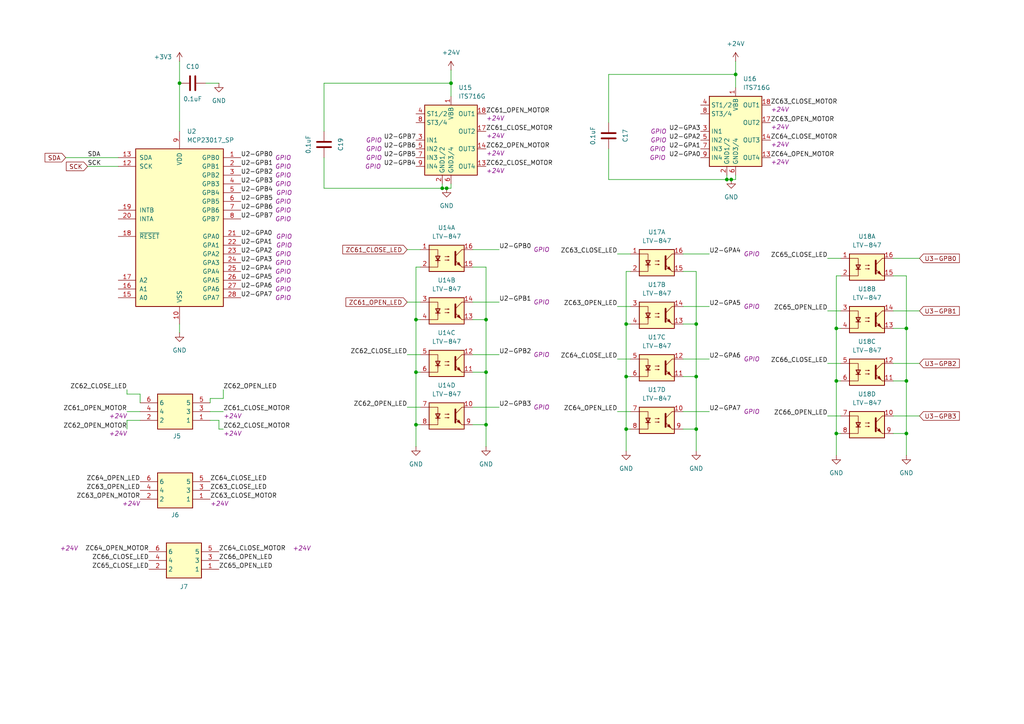
<source format=kicad_sch>
(kicad_sch (version 20250114) (generator "eeschema") (generator_version "9.0")
  (paper "A4")
  (lib_symbols
    (symbol "1_tme:DG127A-5.08-06P-14-00AH"
      (property "Reference" "J" (at 16.51 7.62 0))
      (property "Value" "DG127A-5.08-06P-14-00AH" (at 16.51 5.08 0))
      (symbol "DG127A-5.08-06P-14-00AH_1_1"
        (rectangle (start 5.08 2.54) (end 15.24 -7.62) (stroke (width 0.254)) (fill (type background)))
        (pin passive line (at 0 0 0) (length 5.08) (name "2") (number "2"))
        (pin passive line (at 0 -2.54 0) (length 5.08) (name "4") (number "4"))
        (pin passive line (at 0 -5.08 0) (length 5.08) (name "6") (number "6"))
        (pin passive line (at 20.32 0 180) (length 5.08) (name "1") (number "1"))
        (pin passive line (at 20.32 -2.54 180) (length 5.08) (name "3") (number "3"))
        (pin passive line (at 20.32 -5.08 180) (length 5.08) (name "5") (number "5"))
      )
    )
    (symbol "Device:C" (pin_numbers (hide yes)) (pin_names (offset 0.254))
      (property "Reference" "C" (at 0.635 2.54 0))
      (property "Value" "C" (at 0.635 -2.54 0))
      (symbol "C_0_1"
        (polyline (pts (xy -2.032 0.762) (xy 2.032 0.762)) (stroke (width 0.508)))
        (polyline (pts (xy -2.032 -0.762) (xy 2.032 -0.762)) (stroke (width 0.508)))
      )
      (symbol "C_1_1"
        (pin passive line (at 0 3.81 270) (length 2.794) (name "~") (number "1"))
        (pin passive line (at 0 -3.81 90) (length 2.794) (name "~") (number "2"))
      )
    )
    (symbol "Driver_FET:ITS716G"
      (property "Reference" "U" (at -5.08 11.43 0))
      (property "Value" "ITS716G" (at 6.35 11.43 0))
      (symbol "ITS716G_0_1"
        (rectangle (start -7.62 10.16) (end 7.62 -10.16) (stroke (width 0.254)) (fill (type background)))
      )
      (symbol "ITS716G_1_1"
        (pin open_collector line (at -10.16 7.62 0) (length 2.54) (name "ST1/2") (number "4"))
        (pin open_collector line (at -10.16 5.08 0) (length 2.54) (name "ST3/4") (number "8"))
        (pin input line (at -10.16 0 0) (length 2.54) (name "IN1") (number "3"))
        (pin input line (at -10.16 -2.54 0) (length 2.54) (name "IN2") (number "5"))
        (pin input line (at -10.16 -5.08 0) (length 2.54) (name "IN3") (number "7"))
        (pin input line (at -10.16 -7.62 0) (length 2.54) (name "IN4") (number "9"))
        (pin power_in line (at -2.54 -12.7 90) (length 2.54) (name "GND1/2") (number "2"))
        (pin power_in line (at 0 12.7 270) (length 2.54) (name "VBB") (number "1"))
        (pin passive line (at 0 12.7 270) (length 2.54) (hide yes) (name "VBB") (number "10"))
        (pin passive line (at 0 12.7 270) (length 2.54) (hide yes) (name "VBB") (number "11"))
        (pin passive line (at 0 12.7 270) (length 2.54) (hide yes) (name "VBB") (number "12"))
        (pin passive line (at 0 12.7 270) (length 2.54) (hide yes) (name "VBB") (number "15"))
        (pin passive line (at 0 12.7 270) (length 2.54) (hide yes) (name "VBB") (number "16"))
        (pin passive line (at 0 12.7 270) (length 2.54) (hide yes) (name "VBB") (number "19"))
        (pin passive line (at 0 12.7 270) (length 2.54) (hide yes) (name "VBB") (number "20"))
        (pin power_in line (at 0 -12.7 90) (length 2.54) (name "GND3/4") (number "6"))
        (pin open_emitter line (at 10.16 7.62 180) (length 2.54) (name "OUT1") (number "18"))
        (pin open_emitter line (at 10.16 2.54 180) (length 2.54) (name "OUT2") (number "17"))
        (pin open_emitter line (at 10.16 -2.54 180) (length 2.54) (name "OUT3") (number "14"))
        (pin open_emitter line (at 10.16 -7.62 180) (length 2.54) (name "OUT4") (number "13"))
      )
    )
    (symbol "Interface_Expansion:MCP23017_SP" (pin_names (offset 1.016))
      (property "Reference" "U" (at -11.43 24.13 0))
      (property "Value" "MCP23017_SP" (at 0 0 0))
      (symbol "MCP23017_SP_0_1"
        (rectangle (start -12.7 22.86) (end 12.7 -22.86) (stroke (width 0.254)) (fill (type background)))
      )
      (symbol "MCP23017_SP_1_1"
        (pin bidirectional line (at -17.78 20.32 0) (length 5.08) (name "SDA") (number "13"))
        (pin input line (at -17.78 17.78 0) (length 5.08) (name "SCK") (number "12"))
        (pin tri_state line (at -17.78 5.08 0) (length 5.08) (name "INTB") (number "19"))
        (pin tri_state line (at -17.78 2.54 0) (length 5.08) (name "INTA") (number "20"))
        (pin input line (at -17.78 -2.54 0) (length 5.08) (name "~{RESET}") (number "18"))
        (pin input line (at -17.78 -15.24 0) (length 5.08) (name "A2") (number "17"))
        (pin input line (at -17.78 -17.78 0) (length 5.08) (name "A1") (number "16"))
        (pin input line (at -17.78 -20.32 0) (length 5.08) (name "A0") (number "15"))
        (pin no_connect line (at -12.7 15.24 0) (length 5.08) (hide yes) (name "NC") (number "11"))
        (pin no_connect line (at -12.7 12.7 0) (length 5.08) (hide yes) (name "NC") (number "14"))
        (pin power_in line (at 0 27.94 270) (length 5.08) (name "VDD") (number "9"))
        (pin power_in line (at 0 -27.94 90) (length 5.08) (name "VSS") (number "10"))
        (pin bidirectional line (at 17.78 20.32 180) (length 5.08) (name "GPB0") (number "1"))
        (pin bidirectional line (at 17.78 17.78 180) (length 5.08) (name "GPB1") (number "2"))
        (pin bidirectional line (at 17.78 15.24 180) (length 5.08) (name "GPB2") (number "3"))
        (pin bidirectional line (at 17.78 12.7 180) (length 5.08) (name "GPB3") (number "4"))
        (pin bidirectional line (at 17.78 10.16 180) (length 5.08) (name "GPB4") (number "5"))
        (pin bidirectional line (at 17.78 7.62 180) (length 5.08) (name "GPB5") (number "6"))
        (pin bidirectional line (at 17.78 5.08 180) (length 5.08) (name "GPB6") (number "7"))
        (pin output line (at 17.78 2.54 180) (length 5.08) (name "GPB7") (number "8"))
        (pin bidirectional line (at 17.78 -2.54 180) (length 5.08) (name "GPA0") (number "21"))
        (pin bidirectional line (at 17.78 -5.08 180) (length 5.08) (name "GPA1") (number "22"))
        (pin bidirectional line (at 17.78 -7.62 180) (length 5.08) (name "GPA2") (number "23"))
        (pin bidirectional line (at 17.78 -10.16 180) (length 5.08) (name "GPA3") (number "24"))
        (pin bidirectional line (at 17.78 -12.7 180) (length 5.08) (name "GPA4") (number "25"))
        (pin bidirectional line (at 17.78 -15.24 180) (length 5.08) (name "GPA5") (number "26"))
        (pin bidirectional line (at 17.78 -17.78 180) (length 5.08) (name "GPA6") (number "27"))
        (pin output line (at 17.78 -20.32 180) (length 5.08) (name "GPA7") (number "28"))
      )
    )
    (symbol "Isolator:LTV-847" (pin_names (offset 1.016))
      (property "Reference" "U" (at -5.08 5.08 0))
      (property "Value" "LTV-847" (at 0 5.08 0))
      (symbol "LTV-847_0_1"
        (rectangle (start -5.08 3.81) (end 5.08 -3.81) (stroke (width 0.254)) (fill (type background)))
        (polyline (pts (xy -5.08 2.54) (xy -2.54 2.54) (xy -2.54 -1.27) (xy -2.54 0.635)))
        (polyline (pts (xy -3.175 -0.635) (xy -1.905 -0.635)) (stroke (width 0.254)))
        (polyline (pts (xy -2.54 -0.635) (xy -2.54 -2.54) (xy -5.08 -2.54)))
        (polyline (pts (xy -2.54 -0.635) (xy -3.175 0.635) (xy -1.905 0.635) (xy -2.54 -0.635)) (stroke (width 0.254)))
        (polyline (pts (xy -0.508 0.508) (xy 0.762 0.508) (xy 0.381 0.381) (xy 0.381 0.635) (xy 0.762 0.508)))
        (polyline (pts (xy -0.508 -0.508) (xy 0.762 -0.508) (xy 0.381 -0.635) (xy 0.381 -0.381) (xy 0.762 -0.508)))
        (polyline (pts (xy 2.54 1.905) (xy 2.54 -1.905)) (stroke (width 0.508)))
        (polyline (pts (xy 2.54 0.635) (xy 4.445 2.54)))
        (polyline (pts (xy 3.048 -1.651) (xy 3.556 -1.143) (xy 4.064 -2.159) (xy 3.048 -1.651)) (fill (type outline)))
        (polyline (pts (xy 4.445 2.54) (xy 5.08 2.54)))
        (polyline (pts (xy 4.445 -2.54) (xy 2.54 -0.635)) (fill (type outline)))
        (polyline (pts (xy 4.445 -2.54) (xy 5.08 -2.54)))
      )
      (symbol "LTV-847_1_1"
        (pin passive line (at -7.62 2.54 0) (length 2.54) (name "~") (number "1"))
        (pin passive line (at -7.62 -2.54 0) (length 2.54) (name "~") (number "2"))
        (pin passive line (at 7.62 2.54 180) (length 2.54) (name "~") (number "16"))
        (pin passive line (at 7.62 -2.54 180) (length 2.54) (name "~") (number "15"))
      )
      (symbol "LTV-847_2_1"
        (pin passive line (at -7.62 2.54 0) (length 2.54) (name "~") (number "3"))
        (pin passive line (at -7.62 -2.54 0) (length 2.54) (name "~") (number "4"))
        (pin passive line (at 7.62 2.54 180) (length 2.54) (name "~") (number "14"))
        (pin passive line (at 7.62 -2.54 180) (length 2.54) (name "~") (number "13"))
      )
      (symbol "LTV-847_3_1"
        (pin passive line (at -7.62 2.54 0) (length 2.54) (name "~") (number "5"))
        (pin passive line (at -7.62 -2.54 0) (length 2.54) (name "~") (number "6"))
        (pin passive line (at 7.62 2.54 180) (length 2.54) (name "~") (number "12"))
        (pin passive line (at 7.62 -2.54 180) (length 2.54) (name "~") (number "11"))
      )
      (symbol "LTV-847_4_1"
        (pin passive line (at -7.62 2.54 0) (length 2.54) (name "~") (number "7"))
        (pin passive line (at -7.62 -2.54 0) (length 2.54) (name "~") (number "8"))
        (pin passive line (at 7.62 2.54 180) (length 2.54) (name "~") (number "10"))
        (pin passive line (at 7.62 -2.54 180) (length 2.54) (name "~") (number "9"))
      )
    )
    (symbol "power:+24V" (power) (pin_numbers (hide yes)) (pin_names (offset 0) (hide yes))
      (property "Value" "+24V" (at 0 3.556 0))
      (symbol "+24V_0_1"
        (polyline (pts (xy -0.762 1.27) (xy 0 2.54)))
        (polyline (pts (xy 0 2.54) (xy 0.762 1.27)))
        (polyline (pts (xy 0 0) (xy 0 2.54)))
      )
      (symbol "+24V_1_1"
        (pin power_in line (at 0 0 90) (length 0) (name "~") (number "1"))
      )
    )
    (symbol "power:+5VD" (power) (pin_numbers (hide yes)) (pin_names (offset 0) (hide yes))
      (property "Value" "+5VD" (at 0 3.556 0))
      (symbol "+5VD_0_1"
        (polyline (pts (xy -0.762 1.27) (xy 0 2.54)))
        (polyline (pts (xy 0 2.54) (xy 0.762 1.27)))
        (polyline (pts (xy 0 0) (xy 0 2.54)))
      )
      (symbol "+5VD_1_1"
        (pin power_in line (at 0 0 90) (length 0) (name "~") (number "1"))
      )
    )
    (symbol "power:GND" (power) (pin_numbers (hide yes)) (pin_names (offset 0) (hide yes))
      (property "Value" "GND" (at 0 -3.81 0))
      (symbol "GND_0_1"
        (polyline (pts (xy 0 0) (xy 0 -1.27) (xy 1.27 -1.27) (xy 0 -2.54) (xy -1.27 -1.27) (xy 0 -1.27)))
      )
      (symbol "GND_1_1"
        (pin power_in line (at 0 0 270) (length 0) (name "~") (number "1"))
      )
    )
  )
  (junction (at 262.89 125.73))
  (junction (at 120.65 92.71))
  (junction (at 262.89 95.25))
  (junction (at 201.93 109.22))
  (junction (at 140.97 123.19))
  (junction (at 181.61 124.46))
  (junction (at 120.65 107.95))
  (junction (at 262.89 110.49))
  (junction (at 242.57 95.25))
  (junction (at 130.81 24.13))
  (junction (at 140.97 92.71))
  (junction (at 242.57 125.73))
  (junction (at 129.54 54.61))
  (junction (at 128.27 54.61))
  (junction (at 140.97 107.95))
  (junction (at 181.61 109.22))
  (junction (at 201.93 93.98))
  (junction (at 210.82 52.07))
  (junction (at 201.93 124.46))
  (junction (at 52.07 24.13))
  (junction (at 120.65 123.19))
  (junction (at 242.57 110.49))
  (junction (at 181.61 93.98))
  (junction (at 212.09 52.07))
  (junction (at 213.36 21.59))
  (wire (pts (xy 36.83 114.3) (xy 40.64 114.3)))
  (wire (pts (xy 213.36 21.59) (xy 213.36 25.4)))
  (wire (pts (xy 243.84 125.73) (xy 242.57 125.73)))
  (wire (pts (xy 52.07 17.78) (xy 52.07 24.13)))
  (wire (pts (xy 128.27 53.34) (xy 128.27 54.61)))
  (wire (pts (xy 205.74 104.14) (xy 198.12 104.14)))
  (wire (pts (xy 243.84 110.49) (xy 242.57 110.49)))
  (wire (pts (xy 205.74 119.38) (xy 198.12 119.38)))
  (wire (pts (xy 36.83 113.03) (xy 36.83 114.3)))
  (wire (pts (xy 137.16 92.71) (xy 140.97 92.71)))
  (wire (pts (xy 63.5 121.92) (xy 60.96 121.92)))
  (wire (pts (xy 40.64 114.3) (xy 40.64 116.84)))
  (wire (pts (xy 130.81 24.13) (xy 93.98 24.13)))
  (wire (pts (xy 181.61 93.98) (xy 181.61 109.22)))
  (wire (pts (xy 266.7 90.17) (xy 259.08 90.17)))
  (wire (pts (xy 121.92 92.71) (xy 120.65 92.71)))
  (wire (pts (xy 243.84 80.01) (xy 242.57 80.01)))
  (wire (pts (xy 198.12 78.74) (xy 201.93 78.74)))
  (wire (pts (xy 36.83 124.46) (xy 36.83 121.92)))
  (wire (pts (xy 179.07 104.14) (xy 182.88 104.14)))
  (wire (pts (xy 144.78 72.39) (xy 137.16 72.39)))
  (wire (pts (xy 140.97 107.95) (xy 140.97 123.19)))
  (wire (pts (xy 144.78 87.63) (xy 137.16 87.63)))
  (wire (pts (xy 262.89 80.01) (xy 262.89 95.25)))
  (wire (pts (xy 64.77 113.03) (xy 64.77 115.57)))
  (wire (pts (xy 266.7 105.41) (xy 259.08 105.41)))
  (wire (pts (xy 210.82 50.8) (xy 210.82 52.07)))
  (wire (pts (xy 137.16 123.19) (xy 140.97 123.19)))
  (wire (pts (xy 64.77 124.46) (xy 63.5 124.46)))
  (wire (pts (xy 25.4 48.26) (xy 34.29 48.26)))
  (wire (pts (xy 179.07 119.38) (xy 182.88 119.38)))
  (wire (pts (xy 240.03 90.17) (xy 243.84 90.17)))
  (wire (pts (xy 52.07 93.98) (xy 52.07 96.52)))
  (wire (pts (xy 198.12 124.46) (xy 201.93 124.46)))
  (wire (pts (xy 243.84 95.25) (xy 242.57 95.25)))
  (wire (pts (xy 242.57 125.73) (xy 242.57 132.08)))
  (wire (pts (xy 176.53 21.59) (xy 176.53 35.56)))
  (wire (pts (xy 128.27 54.61) (xy 129.54 54.61)))
  (wire (pts (xy 179.07 73.66) (xy 182.88 73.66)))
  (wire (pts (xy 121.92 107.95) (xy 120.65 107.95)))
  (wire (pts (xy 262.89 125.73) (xy 262.89 132.08)))
  (wire (pts (xy 205.74 73.66) (xy 198.12 73.66)))
  (wire (pts (xy 144.78 118.11) (xy 137.16 118.11)))
  (wire (pts (xy 213.36 21.59) (xy 176.53 21.59)))
  (wire (pts (xy 181.61 124.46) (xy 181.61 130.81)))
  (wire (pts (xy 120.65 107.95) (xy 120.65 123.19)))
  (wire (pts (xy 181.61 109.22) (xy 181.61 124.46)))
  (wire (pts (xy 182.88 109.22) (xy 181.61 109.22)))
  (wire (pts (xy 118.11 102.87) (xy 121.92 102.87)))
  (wire (pts (xy 118.11 87.63) (xy 121.92 87.63)))
  (wire (pts (xy 36.83 119.38) (xy 40.64 119.38)))
  (wire (pts (xy 19.05 45.72) (xy 34.29 45.72)))
  (wire (pts (xy 52.07 24.13) (xy 52.07 38.1)))
  (wire (pts (xy 93.98 24.13) (xy 93.98 38.1)))
  (wire (pts (xy 120.65 92.71) (xy 120.65 107.95)))
  (wire (pts (xy 176.53 52.07) (xy 210.82 52.07)))
  (wire (pts (xy 213.36 50.8) (xy 213.36 52.07)))
  (wire (pts (xy 213.36 17.78) (xy 213.36 21.59)))
  (wire (pts (xy 201.93 93.98) (xy 201.93 109.22)))
  (wire (pts (xy 266.7 74.93) (xy 259.08 74.93)))
  (wire (pts (xy 121.92 77.47) (xy 120.65 77.47)))
  (wire (pts (xy 205.74 88.9) (xy 198.12 88.9)))
  (wire (pts (xy 130.81 53.34) (xy 130.81 54.61)))
  (wire (pts (xy 212.09 52.07) (xy 213.36 52.07)))
  (wire (pts (xy 144.78 102.87) (xy 137.16 102.87)))
  (wire (pts (xy 240.03 74.93) (xy 243.84 74.93)))
  (wire (pts (xy 182.88 93.98) (xy 181.61 93.98)))
  (wire (pts (xy 259.08 125.73) (xy 262.89 125.73)))
  (wire (pts (xy 201.93 109.22) (xy 201.93 124.46)))
  (wire (pts (xy 120.65 123.19) (xy 120.65 129.54)))
  (wire (pts (xy 242.57 110.49) (xy 242.57 125.73)))
  (wire (pts (xy 64.77 119.38) (xy 60.96 119.38)))
  (wire (pts (xy 140.97 77.47) (xy 140.97 92.71)))
  (wire (pts (xy 198.12 109.22) (xy 201.93 109.22)))
  (wire (pts (xy 130.81 20.32) (xy 130.81 24.13)))
  (wire (pts (xy 240.03 120.65) (xy 243.84 120.65)))
  (wire (pts (xy 129.54 54.61) (xy 130.81 54.61)))
  (wire (pts (xy 259.08 110.49) (xy 262.89 110.49)))
  (wire (pts (xy 201.93 78.74) (xy 201.93 93.98)))
  (wire (pts (xy 240.03 105.41) (xy 243.84 105.41)))
  (wire (pts (xy 63.5 24.13) (xy 59.69 24.13)))
  (wire (pts (xy 36.83 121.92) (xy 40.64 121.92)))
  (wire (pts (xy 181.61 78.74) (xy 181.61 93.98)))
  (wire (pts (xy 259.08 95.25) (xy 262.89 95.25)))
  (wire (pts (xy 118.11 72.39) (xy 121.92 72.39)))
  (wire (pts (xy 259.08 80.01) (xy 262.89 80.01)))
  (wire (pts (xy 182.88 78.74) (xy 181.61 78.74)))
  (wire (pts (xy 130.81 24.13) (xy 130.81 27.94)))
  (wire (pts (xy 242.57 80.01) (xy 242.57 95.25)))
  (wire (pts (xy 93.98 54.61) (xy 128.27 54.61)))
  (wire (pts (xy 262.89 95.25) (xy 262.89 110.49)))
  (wire (pts (xy 60.96 115.57) (xy 60.96 116.84)))
  (wire (pts (xy 176.53 43.18) (xy 176.53 52.07)))
  (wire (pts (xy 140.97 92.71) (xy 140.97 107.95)))
  (wire (pts (xy 182.88 124.46) (xy 181.61 124.46)))
  (wire (pts (xy 198.12 93.98) (xy 201.93 93.98)))
  (wire (pts (xy 121.92 123.19) (xy 120.65 123.19)))
  (wire (pts (xy 63.5 124.46) (xy 63.5 121.92)))
  (wire (pts (xy 64.77 115.57) (xy 60.96 115.57)))
  (wire (pts (xy 118.11 118.11) (xy 121.92 118.11)))
  (wire (pts (xy 179.07 88.9) (xy 182.88 88.9)))
  (wire (pts (xy 210.82 52.07) (xy 212.09 52.07)))
  (wire (pts (xy 140.97 123.19) (xy 140.97 129.54)))
  (wire (pts (xy 266.7 120.65) (xy 259.08 120.65)))
  (wire (pts (xy 262.89 110.49) (xy 262.89 125.73)))
  (wire (pts (xy 120.65 77.47) (xy 120.65 92.71)))
  (wire (pts (xy 201.93 124.46) (xy 201.93 130.81)))
  (wire (pts (xy 137.16 107.95) (xy 140.97 107.95)))
  (wire (pts (xy 137.16 77.47) (xy 140.97 77.47)))
  (wire (pts (xy 93.98 45.72) (xy 93.98 54.61)))
  (wire (pts (xy 242.57 95.25) (xy 242.57 110.49)))
  (label "U2-GPB2" (at 144.78 102.87 0) (property "Netclass" "GPIO" (at 154.686 102.87 0) (effects (font (italic yes)) (justify left))))
  (label "ZC62_CLOSE_LED" (at 36.83 113.03 180))
  (label "ZC62_OPEN_MOTOR" (at 140.97 43.18 0) (property "Netclass" "+24V" (at 140.97 44.45 0) (effects (font (italic yes)) (justify left))))
  (label "ZC64_OPEN_LED" (at 179.07 119.38 180))
  (label "ZC66_OPEN_LED" (at 63.5 162.56 0))
  (label "U2-GPA0" (at 69.85 68.58 0) (property "Netclass" "GPIO" (at 80.01 68.58 0) (effects (font (italic yes)) (justify left))))
  (label "ZC65_CLOSE_LED" (at 240.03 74.93 180))
  (label "ZC66_OPEN_LED" (at 240.03 120.65 180))
  (label "ZC64_OPEN_LED" (at 40.64 139.7 180))
  (label "U2-GPB1" (at 144.78 87.63 0) (property "Netclass" "GPIO" (at 154.686 87.63 0) (effects (font (italic yes)) (justify left))))
  (label "U2-GPB5" (at 120.65 45.72 180) (property "Netclass" "GPIO" (at 110.744 45.72 0) (effects (font (italic yes)) (justify right))))
  (label "ZC63_OPEN_MOTOR" (at 223.52 35.56 0) (property "Netclass" "+24V" (at 223.52 36.83 0) (effects (font (italic yes)) (justify left))))
  (label "ZC63_CLOSE_LED" (at 60.96 142.24 0))
  (label "U2-GPA6" (at 69.85 83.82 0) (property "Netclass" "GPIO" (at 79.756 83.82 0) (effects (font (italic yes)) (justify left))))
  (label "U2-GPB3" (at 69.85 53.34 0) (property "Netclass" "GPIO" (at 79.756 53.34 0) (effects (font (italic yes)) (justify left))))
  (label "ZC61_CLOSE_MOTOR" (at 140.97 38.1 0) (property "Netclass" "+24V" (at 140.97 39.37 0) (effects (font (italic yes)) (justify left))))
  (label "ZC62_CLOSE_LED" (at 118.11 102.87 180))
  (label "U2-GPB0" (at 144.78 72.39 0) (property "Netclass" "GPIO" (at 154.686 72.39 0) (effects (font (italic yes)) (justify left))))
  (label "U2-GPA0" (at 203.2 45.72 180) (property "Netclass" "GPIO" (at 193.04 45.72 0) (effects (font (italic yes)) (justify right))))
  (label "ZC62_OPEN_LED" (at 118.11 118.11 180))
  (label "U2-GPB4" (at 120.65 48.26 180) (property "Netclass" "GPIO" (at 110.49 48.26 0) (effects (font (italic yes)) (justify right))))
  (label "ZC64_OPEN_MOTOR" (at 223.52 45.72 0) (property "Netclass" "+24V" (at 223.52 46.99 0) (effects (font (italic yes)) (justify left))))
  (label "ZC64_CLOSE_LED" (at 60.96 139.7 0))
  (label "ZC66_CLOSE_LED" (at 240.03 105.41 180))
  (label "U2-GPA2" (at 203.2 40.64 180) (property "Netclass" "GPIO" (at 193.294 40.64 0) (effects (font (italic yes)) (justify right))))
  (label "ZC65_CLOSE_LED" (at 43.18 165.1 180))
  (label "SDA" (at 25.4 45.72 0))
  (label "ZC63_OPEN_LED" (at 40.64 142.24 180))
  (label "U2-GPA4" (at 205.74 73.66 0) (property "Netclass" "GPIO" (at 215.646 73.66 0) (effects (font (italic yes)) (justify left))))
  (label "ZC63_OPEN_MOTOR" (at 40.64 144.78 180) (property "Netclass" "+24V" (at 40.64 146.05 0) (effects (font (italic yes)) (justify right))))
  (label "ZC61_OPEN_MOTOR" (at 36.83 119.38 180) (property "Netclass" "+24V" (at 36.83 120.65 0) (effects (font (italic yes)) (justify right))))
  (label "U2-GPA5" (at 205.74 88.9 0) (property "Netclass" "GPIO" (at 215.646 88.9 0) (effects (font (italic yes)) (justify left))))
  (label "U2-GPA3" (at 69.85 76.2 0) (property "Netclass" "GPIO" (at 79.756 76.2 0) (effects (font (italic yes)) (justify left))))
  (label "U2-GPA6" (at 205.74 104.14 0) (property "Netclass" "GPIO" (at 215.646 104.14 0) (effects (font (italic yes)) (justify left))))
  (label "ZC61_CLOSE_MOTOR" (at 64.77 119.38 0) (property "Netclass" "+24V" (at 64.77 120.65 0) (effects (font (italic yes)) (justify left))))
  (label "U2-GPA5" (at 69.85 81.28 0) (property "Netclass" "GPIO" (at 79.756 81.28 0) (effects (font (italic yes)) (justify left))))
  (label "SCK" (at 25.4 48.26 0))
  (label "U2-GPA4" (at 69.85 78.74 0) (property "Netclass" "GPIO" (at 79.756 78.74 0) (effects (font (italic yes)) (justify left))))
  (label "ZC61_OPEN_MOTOR" (at 140.97 33.02 0) (property "Netclass" "+24V" (at 140.97 34.29 0) (effects (font (italic yes)) (justify left))))
  (label "U2-GPB0" (at 69.85 45.72 0) (property "Netclass" "GPIO" (at 79.756 45.72 0) (effects (font (italic yes)) (justify left))))
  (label "ZC63_CLOSE_LED" (at 179.07 73.66 180))
  (label "U2-GPA7" (at 69.85 86.36 0) (property "Netclass" "GPIO" (at 79.756 86.36 0) (effects (font (italic yes)) (justify left))))
  (label "U2-GPB4" (at 69.85 55.88 0) (property "Netclass" "GPIO" (at 80.01 55.88 0) (effects (font (italic yes)) (justify left))))
  (label "ZC62_CLOSE_MOTOR" (at 64.77 124.46 0) (property "Netclass" "+24V" (at 64.77 125.73 0) (effects (font (italic yes)) (justify left))))
  (label "U2-GPB7" (at 120.65 40.64 180) (property "Netclass" "GPIO" (at 110.744 40.64 0) (effects (font (italic yes)) (justify right))))
  (label "ZC64_CLOSE_LED" (at 179.07 104.14 180))
  (label "U2-GPA3" (at 203.2 38.1 180) (property "Netclass" "GPIO" (at 193.294 38.1 0) (effects (font (italic yes)) (justify right))))
  (label "ZC65_OPEN_LED" (at 63.5 165.1 0))
  (label "U2-GPA1" (at 203.2 43.18 180) (property "Netclass" "GPIO" (at 193.04 43.18 0) (effects (font (italic yes)) (justify right))))
  (label "U2-GPB2" (at 69.85 50.8 0) (property "Netclass" "GPIO" (at 79.756 50.8 0) (effects (font (italic yes)) (justify left))))
  (label "U2-GPB6" (at 120.65 43.18 180) (property "Netclass" "GPIO" (at 110.744 43.18 0) (effects (font (italic yes)) (justify right))))
  (label "U2-GPA7" (at 205.74 119.38 0) (property "Netclass" "GPIO" (at 215.646 119.38 0) (effects (font (italic yes)) (justify left))))
  (label "U2-GPB3" (at 144.78 118.11 0) (property "Netclass" "GPIO" (at 154.686 118.11 0) (effects (font (italic yes)) (justify left))))
  (label "ZC64_OPEN_MOTOR" (at 43.18 160.02 180) (property "Netclass" "+24V" (at 22.606 159.004 0) (effects (font (italic yes)) (justify right))))
  (label "ZC63_OPEN_LED" (at 179.07 88.9 180))
  (label "U2-GPB6" (at 69.85 60.96 0) (property "Netclass" "GPIO" (at 79.756 60.96 0) (effects (font (italic yes)) (justify left))))
  (label "ZC65_OPEN_LED" (at 240.03 90.17 180))
  (label "ZC62_OPEN_LED" (at 64.77 113.03 0))
  (label "U2-GPB5" (at 69.85 58.42 0) (property "Netclass" "GPIO" (at 79.756 58.42 0) (effects (font (italic yes)) (justify left))))
  (label "ZC64_CLOSE_MOTOR" (at 63.5 160.02 0) (property "Netclass" "+24V" (at 84.836 159.004 0) (effects (font (italic yes)) (justify left))))
  (label "U2-GPA2" (at 69.85 73.66 0) (property "Netclass" "GPIO" (at 79.756 73.66 0) (effects (font (italic yes)) (justify left))))
  (label "U2-GPB7" (at 69.85 63.5 0) (property "Netclass" "GPIO" (at 79.756 63.5 0) (effects (font (italic yes)) (justify left))))
  (label "ZC63_CLOSE_MOTOR" (at 223.52 30.48 0) (property "Netclass" "+24V" (at 223.52 31.75 0) (effects (font (italic yes)) (justify left))))
  (label "U2-GPB1" (at 69.85 48.26 0) (property "Netclass" "GPIO" (at 79.756 48.26 0) (effects (font (italic yes)) (justify left))))
  (label "ZC63_CLOSE_MOTOR" (at 60.96 144.78 0) (property "Netclass" "+24V" (at 60.96 146.05 0) (effects (font (italic yes)) (justify left))))
  (label "ZC64_CLOSE_MOTOR" (at 223.52 40.64 0) (property "Netclass" "+24V" (at 223.52 41.91 0) (effects (font (italic yes)) (justify left))))
  (label "ZC66_CLOSE_LED" (at 43.18 162.56 180))
  (label "ZC62_CLOSE_MOTOR" (at 140.97 48.26 0) (property "Netclass" "+24V" (at 140.97 49.53 0) (effects (font (italic yes)) (justify left))))
  (label "U2-GPA1" (at 69.85 71.12 0) (property "Netclass" "GPIO" (at 80.01 71.12 0) (effects (font (italic yes)) (justify left))))
  (label "ZC62_OPEN_MOTOR" (at 36.83 124.46 180) (property "Netclass" "+24V" (at 36.83 125.73 0) (effects (font (italic yes)) (justify right))))
  (global_label "ZC61_OPEN_LED" (shape input) (at 118.11 87.63 180) (property "Intersheetrefs" "${INTERSHEET_REFS}" (effects (hide yes))))
  (global_label "SCK" (shape input) (at 25.4 48.26 180) (property "Intersheetrefs" "${INTERSHEET_REFS}" (effects (hide yes))))
  (global_label "U3-GPB0" (shape input) (at 266.7 74.93 0) (property "Intersheetrefs" "${INTERSHEET_REFS}" (effects (hide yes))))
  (global_label "U3-GPB1" (shape input) (at 266.7 90.17 0) (property "Intersheetrefs" "${INTERSHEET_REFS}" (effects (hide yes))))
  (global_label "ZC61_CLOSE_LED" (shape input) (at 118.11 72.39 180) (property "Intersheetrefs" "${INTERSHEET_REFS}" (effects (hide yes))))
  (global_label "SDA" (shape input) (at 19.05 45.72 180) (property "Intersheetrefs" "${INTERSHEET_REFS}" (effects (hide yes))))
  (global_label "U3-GPB2" (shape input) (at 266.7 105.41 0) (property "Intersheetrefs" "${INTERSHEET_REFS}" (effects (hide yes))))
  (global_label "U3-GPB3" (shape input) (at 266.7 120.65 0) (property "Intersheetrefs" "${INTERSHEET_REFS}" (effects (hide yes))))
  (symbol (lib_id "Isolator:LTV-847") (at 190.5 106.68 0) (unit 3)
    (property "Reference" "U17" (at 190.5 97.79 0))
    (property "Value" "LTV-847" (at 190.5 100.33 0))
    (property "Footprint" "Package_DIP:DIP-16_W7.62mm" (effects (hide yes)))
    (property "Datasheet" "http://optoelectronics.liteon.com/upload/download/DS-70-96-0016/LTV-8X7%20series.PDF" (effects (hide yes)))
    (property "Description" "Quad DC Optocoupler, Vce 35V, CTR 50%, DIP-16" (effects (hide yes)))
  )
  (symbol (lib_id "power:GND") (at 201.93 130.81 0) (unit 1)
    (property "Reference" "#PWR051" (effects (hide yes)))
    (property "Value" "GND" (at 201.93 135.89 0))
    (property "Description" "Power symbol creates a global label with name \"GND\" , ground" (effects (hide yes)))
  )
  (symbol (lib_id "Device:C") (at 55.88 24.13 90) (unit 1)
    (property "Reference" "C10" (at 55.88 19.304 90))
    (property "Value" "0.1uF" (at 55.88 28.702 90))
    (property "Footprint" "Capacitor_SMD:C_0805_2012Metric_Pad1.18x1.45mm_HandSolder" (effects (hide yes)))
    (property "Description" "Unpolarized capacitor" (effects (hide yes)))
  )
  (symbol (lib_id "Isolator:LTV-847") (at 251.46 77.47 0) (unit 1)
    (property "Reference" "U18" (at 251.46 68.58 0))
    (property "Value" "LTV-847" (at 251.46 71.12 0))
    (property "Footprint" "Package_DIP:DIP-16_W7.62mm" (effects (hide yes)))
    (property "Datasheet" "http://optoelectronics.liteon.com/upload/download/DS-70-96-0016/LTV-8X7%20series.PDF" (effects (hide yes)))
    (property "Description" "Quad DC Optocoupler, Vce 35V, CTR 50%, DIP-16" (effects (hide yes)))
  )
  (symbol (lib_id "power:GND") (at 181.61 130.81 0) (unit 1)
    (property "Reference" "#PWR048" (effects (hide yes)))
    (property "Value" "GND" (at 181.61 135.89 0))
    (property "Description" "Power symbol creates a global label with name \"GND\" , ground" (effects (hide yes)))
  )
  (symbol (lib_id "power:GND") (at 129.54 54.61 0) (unit 1)
    (property "Reference" "#PWR045" (effects (hide yes)))
    (property "Value" "GND" (at 129.54 59.69 0))
    (property "Description" "Power symbol creates a global label with name \"GND\" , ground" (effects (hide yes)))
  )
  (symbol (lib_id "power:GND") (at 262.89 132.08 0) (unit 1)
    (property "Reference" "#PWR053" (effects (hide yes)))
    (property "Value" "GND" (at 262.89 137.16 0))
    (property "Description" "Power symbol creates a global label with name \"GND\" , ground" (effects (hide yes)))
  )
  (symbol (lib_id "Interface_Expansion:MCP23017_SP") (at 52.07 66.04 0) (unit 1)
    (property "Reference" "U2" (at 54.2133 38.1 0) (effects (justify left)))
    (property "Value" "MCP23017_SP" (at 54.2133 40.64 0) (effects (justify left)))
    (property "Footprint" "Package_DIP:DIP-28_W7.62mm" (effects (hide yes)))
    (property "Datasheet" "https://ww1.microchip.com/downloads/aemDocuments/documents/APID/ProductDocuments/DataSheets/MCP23017-Data-Sheet-DS20001952.pdf" (effects (hide yes)))
    (property "Description" "16-bit I/O expander, I2C, interrupts, w pull-ups, SPDIP-28" (effects (hide yes)))
  )
  (symbol (lib_id "Isolator:LTV-847") (at 129.54 74.93 0) (unit 1)
    (property "Reference" "U14" (at 129.54 66.04 0))
    (property "Value" "LTV-847" (at 129.54 68.58 0))
    (property "Footprint" "Package_DIP:DIP-16_W7.62mm" (effects (hide yes)))
    (property "Datasheet" "http://optoelectronics.liteon.com/upload/download/DS-70-96-0016/LTV-8X7%20series.PDF" (effects (hide yes)))
    (property "Description" "Quad DC Optocoupler, Vce 35V, CTR 50%, DIP-16" (effects (hide yes)))
  )
  (symbol (lib_id "power:GND") (at 120.65 129.54 0) (unit 1)
    (property "Reference" "#PWR044" (effects (hide yes)))
    (property "Value" "GND" (at 120.65 134.62 0))
    (property "Description" "Power symbol creates a global label with name \"GND\" , ground" (effects (hide yes)))
  )
  (symbol (lib_id "Isolator:LTV-847") (at 190.5 121.92 0) (unit 4)
    (property "Reference" "U17" (at 190.5 113.03 0))
    (property "Value" "LTV-847" (at 190.5 115.57 0))
    (property "Footprint" "Package_DIP:DIP-16_W7.62mm" (effects (hide yes)))
    (property "Datasheet" "http://optoelectronics.liteon.com/upload/download/DS-70-96-0016/LTV-8X7%20series.PDF" (effects (hide yes)))
    (property "Description" "Quad DC Optocoupler, Vce 35V, CTR 50%, DIP-16" (effects (hide yes)))
  )
  (symbol (lib_id "1_tme:DG127A-5.08-06P-14-00AH") (at 43.18 165.1 0) (mirror x) (unit 1)
    (property "Reference" "J7" (at 53.34 170.18 0))
    (property "Value" "DG127A-5.08-06P-14-00AH" (effects (hide yes)))
    (property "Footprint" "DG127A50806P1400AH" (effects (hide yes)))
    (property "Datasheet" "https://www.degson.com/index.php?a=downloadFile&id=1094971&name=%27ZmlsZTQ=%27&lang=en" (effects (hide yes)))
    (property "Description" "PCB terminal block; angled 90; 5.08mm; ways: 6; on PCBs; terminal" (effects (hide yes)))
    (property "Height" "19.41" (effects (hide yes)))
    (property "Manufacturer_Name" "Degson" (effects (hide yes)))
    (property "Manufacturer_Part_Number" "DG127A-5.08-06P-14-00AH" (effects (hide yes)))
  )
  (symbol (lib_id "Device:C") (at 93.98 41.91 0) (unit 1)
    (property "Reference" "C19" (at 98.806 41.91 90))
    (property "Value" "0.1uF" (at 89.408 41.91 90))
    (property "Footprint" "Capacitor_SMD:C_0805_2012Metric_Pad1.18x1.45mm_HandSolder" (effects (hide yes)))
    (property "Description" "Unpolarized capacitor" (effects (hide yes)))
  )
  (symbol (lib_id "Isolator:LTV-847") (at 190.5 91.44 0) (unit 2)
    (property "Reference" "U17" (at 190.5 82.55 0))
    (property "Value" "LTV-847" (at 190.5 85.09 0))
    (property "Footprint" "Package_DIP:DIP-16_W7.62mm" (effects (hide yes)))
    (property "Datasheet" "http://optoelectronics.liteon.com/upload/download/DS-70-96-0016/LTV-8X7%20series.PDF" (effects (hide yes)))
    (property "Description" "Quad DC Optocoupler, Vce 35V, CTR 50%, DIP-16" (effects (hide yes)))
  )
  (symbol (lib_id "power:GND") (at 52.07 96.52 0) (unit 1)
    (property "Reference" "#PWR06" (effects (hide yes)))
    (property "Value" "GND" (at 52.07 101.6 0))
    (property "Description" "Power symbol creates a global label with name \"GND\" , ground" (effects (hide yes)))
  )
  (symbol (lib_id "power:+24V") (at 130.81 20.32 0) (unit 1)
    (property "Reference" "#PWR046" (effects (hide yes)))
    (property "Value" "+24V" (at 130.81 15.24 0))
    (property "Description" "Power symbol creates a global label with name \"+24V\"" (effects (hide yes)))
  )
  (symbol (lib_id "Isolator:LTV-847") (at 129.54 90.17 0) (unit 2)
    (property "Reference" "U14" (at 129.54 81.28 0))
    (property "Value" "LTV-847" (at 129.54 83.82 0))
    (property "Footprint" "Package_DIP:DIP-16_W7.62mm" (effects (hide yes)))
    (property "Datasheet" "http://optoelectronics.liteon.com/upload/download/DS-70-96-0016/LTV-8X7%20series.PDF" (effects (hide yes)))
    (property "Description" "Quad DC Optocoupler, Vce 35V, CTR 50%, DIP-16" (effects (hide yes)))
  )
  (symbol (lib_id "Isolator:LTV-847") (at 129.54 120.65 0) (unit 4)
    (property "Reference" "U14" (at 129.54 111.76 0))
    (property "Value" "LTV-847" (at 129.54 114.3 0))
    (property "Footprint" "Package_DIP:DIP-16_W7.62mm" (effects (hide yes)))
    (property "Datasheet" "http://optoelectronics.liteon.com/upload/download/DS-70-96-0016/LTV-8X7%20series.PDF" (effects (hide yes)))
    (property "Description" "Quad DC Optocoupler, Vce 35V, CTR 50%, DIP-16" (effects (hide yes)))
  )
  (symbol (lib_id "Driver_FET:ITS716G") (at 130.81 40.64 0) (unit 1)
    (property "Reference" "U15" (at 132.9533 25.4 0) (effects (justify left)))
    (property "Value" "ITS716G" (at 132.9533 27.94 0) (effects (justify left)))
    (property "Footprint" "Package_SO:SOIC-20W_7.5x12.8mm_P1.27mm" (effects (hide yes)))
    (property "Datasheet" "https://www.infineon.com/dgdl/Infineon-ITS716G-DS-v01_01-en.pdf?fileId=db3a304412b407950112b428c2cf3e6d" (effects (hide yes)))
    (property "Description" "Smart High-Side Power Switch for Industrial Applications, Four Channels, Rds 140mΩ, SOIC-20W" (effects (hide yes)))
  )
  (symbol (lib_id "Isolator:LTV-847") (at 190.5 76.2 0) (unit 1)
    (property "Reference" "U17" (at 190.5 67.31 0))
    (property "Value" "LTV-847" (at 190.5 69.85 0))
    (property "Footprint" "Package_DIP:DIP-16_W7.62mm" (effects (hide yes)))
    (property "Datasheet" "http://optoelectronics.liteon.com/upload/download/DS-70-96-0016/LTV-8X7%20series.PDF" (effects (hide yes)))
    (property "Description" "Quad DC Optocoupler, Vce 35V, CTR 50%, DIP-16" (effects (hide yes)))
  )
  (symbol (lib_id "Isolator:LTV-847") (at 251.46 123.19 0) (unit 4)
    (property "Reference" "U18" (at 251.46 114.3 0))
    (property "Value" "LTV-847" (at 251.46 116.84 0))
    (property "Footprint" "Package_DIP:DIP-16_W7.62mm" (effects (hide yes)))
    (property "Datasheet" "http://optoelectronics.liteon.com/upload/download/DS-70-96-0016/LTV-8X7%20series.PDF" (effects (hide yes)))
    (property "Description" "Quad DC Optocoupler, Vce 35V, CTR 50%, DIP-16" (effects (hide yes)))
  )
  (symbol (lib_id "power:GND") (at 212.09 52.07 0) (unit 1)
    (property "Reference" "#PWR049" (effects (hide yes)))
    (property "Value" "GND" (at 212.09 57.15 0))
    (property "Description" "Power symbol creates a global label with name \"GND\" , ground" (effects (hide yes)))
  )
  (symbol (lib_id "1_tme:DG127A-5.08-06P-14-00AH") (at 40.64 144.78 0) (mirror x) (unit 1)
    (property "Reference" "J6" (at 50.8 149.352 0))
    (property "Value" "DG127A-5.08-06P-14-00AH" (effects (hide yes)))
    (property "Footprint" "DG127A50806P1400AH" (effects (hide yes)))
    (property "Datasheet" "https://www.degson.com/index.php?a=downloadFile&id=1094971&name=%27ZmlsZTQ=%27&lang=en" (effects (hide yes)))
    (property "Description" "PCB terminal block; angled 90; 5.08mm; ways: 6; on PCBs; terminal" (effects (hide yes)))
    (property "Height" "19.41" (effects (hide yes)))
    (property "Manufacturer_Name" "Degson" (effects (hide yes)))
    (property "Manufacturer_Part_Number" "DG127A-5.08-06P-14-00AH" (effects (hide yes)))
  )
  (symbol (lib_id "power:+5VD") (at 52.07 17.78 0) (unit 1)
    (property "Reference" "#PWR05" (effects (hide yes)))
    (property "Value" "+3V3" (at 47.244 16.51 0))
    (property "Description" "Power symbol creates a global label with name \"+5VD\"" (effects (hide yes)))
  )
  (symbol (lib_id "power:GND") (at 63.5 24.13 0) (unit 1)
    (property "Reference" "#PWR037" (effects (hide yes)))
    (property "Value" "GND" (at 63.5 29.21 0))
    (property "Description" "Power symbol creates a global label with name \"GND\" , ground" (effects (hide yes)))
  )
  (symbol (lib_id "power:GND") (at 242.57 132.08 0) (unit 1)
    (property "Reference" "#PWR052" (effects (hide yes)))
    (property "Value" "GND" (at 242.57 137.16 0))
    (property "Description" "Power symbol creates a global label with name \"GND\" , ground" (effects (hide yes)))
  )
  (symbol (lib_id "Driver_FET:ITS716G") (at 213.36 38.1 0) (unit 1)
    (property "Reference" "U16" (at 215.5033 22.86 0) (effects (justify left)))
    (property "Value" "ITS716G" (at 215.5033 25.4 0) (effects (justify left)))
    (property "Footprint" "Package_SO:SOIC-20W_7.5x12.8mm_P1.27mm" (effects (hide yes)))
    (property "Datasheet" "https://www.infineon.com/dgdl/Infineon-ITS716G-DS-v01_01-en.pdf?fileId=db3a304412b407950112b428c2cf3e6d" (effects (hide yes)))
    (property "Description" "Smart High-Side Power Switch for Industrial Applications, Four Channels, Rds 140mΩ, SOIC-20W" (effects (hide yes)))
  )
  (symbol (lib_id "Isolator:LTV-847") (at 251.46 92.71 0) (unit 2)
    (property "Reference" "U18" (at 251.46 83.82 0))
    (property "Value" "LTV-847" (at 251.46 86.36 0))
    (property "Footprint" "Package_DIP:DIP-16_W7.62mm" (effects (hide yes)))
    (property "Datasheet" "http://optoelectronics.liteon.com/upload/download/DS-70-96-0016/LTV-8X7%20series.PDF" (effects (hide yes)))
    (property "Description" "Quad DC Optocoupler, Vce 35V, CTR 50%, DIP-16" (effects (hide yes)))
  )
  (symbol (lib_id "1_tme:DG127A-5.08-06P-14-00AH") (at 40.64 121.92 0) (mirror x) (unit 1)
    (property "Reference" "J5" (at 51.308 126.492 0))
    (property "Value" "DG127A-5.08-06P-14-00AH" (effects (hide yes)))
    (property "Footprint" "DG127A50806P1400AH" (effects (hide yes)))
    (property "Datasheet" "https://www.degson.com/index.php?a=downloadFile&id=1094971&name=%27ZmlsZTQ=%27&lang=en" (effects (hide yes)))
    (property "Description" "PCB terminal block; angled 90; 5.08mm; ways: 6; on PCBs; terminal" (effects (hide yes)))
    (property "Height" "19.41" (effects (hide yes)))
    (property "Manufacturer_Name" "Degson" (effects (hide yes)))
    (property "Manufacturer_Part_Number" "DG127A-5.08-06P-14-00AH" (effects (hide yes)))
  )
  (symbol (lib_id "Isolator:LTV-847") (at 129.54 105.41 0) (unit 3)
    (property "Reference" "U14" (at 129.54 96.52 0))
    (property "Value" "LTV-847" (at 129.54 99.06 0))
    (property "Footprint" "Package_DIP:DIP-16_W7.62mm" (effects (hide yes)))
    (property "Datasheet" "http://optoelectronics.liteon.com/upload/download/DS-70-96-0016/LTV-8X7%20series.PDF" (effects (hide yes)))
    (property "Description" "Quad DC Optocoupler, Vce 35V, CTR 50%, DIP-16" (effects (hide yes)))
  )
  (symbol (lib_id "Isolator:LTV-847") (at 251.46 107.95 0) (unit 3)
    (property "Reference" "U18" (at 251.46 99.06 0))
    (property "Value" "LTV-847" (at 251.46 101.6 0))
    (property "Footprint" "Package_DIP:DIP-16_W7.62mm" (effects (hide yes)))
    (property "Datasheet" "http://optoelectronics.liteon.com/upload/download/DS-70-96-0016/LTV-8X7%20series.PDF" (effects (hide yes)))
    (property "Description" "Quad DC Optocoupler, Vce 35V, CTR 50%, DIP-16" (effects (hide yes)))
  )
  (symbol (lib_id "Device:C") (at 176.53 39.37 0) (unit 1)
    (property "Reference" "C17" (at 181.356 39.37 90))
    (property "Value" "0.1uF" (at 171.958 39.37 90))
    (property "Footprint" "Capacitor_SMD:C_0805_2012Metric_Pad1.18x1.45mm_HandSolder" (effects (hide yes)))
    (property "Description" "Unpolarized capacitor" (effects (hide yes)))
  )
  (symbol (lib_id "power:GND") (at 140.97 129.54 0) (unit 1)
    (property "Reference" "#PWR047" (effects (hide yes)))
    (property "Value" "GND" (at 140.97 134.62 0))
    (property "Description" "Power symbol creates a global label with name \"GND\" , ground" (effects (hide yes)))
  )
  (symbol (lib_id "power:+24V") (at 213.36 17.78 0) (unit 1)
    (property "Reference" "#PWR050" (effects (hide yes)))
    (property "Value" "+24V" (at 213.36 12.7 0))
    (property "Description" "Power symbol creates a global label with name \"+24V\"" (effects (hide yes)))
  )
)
</source>
